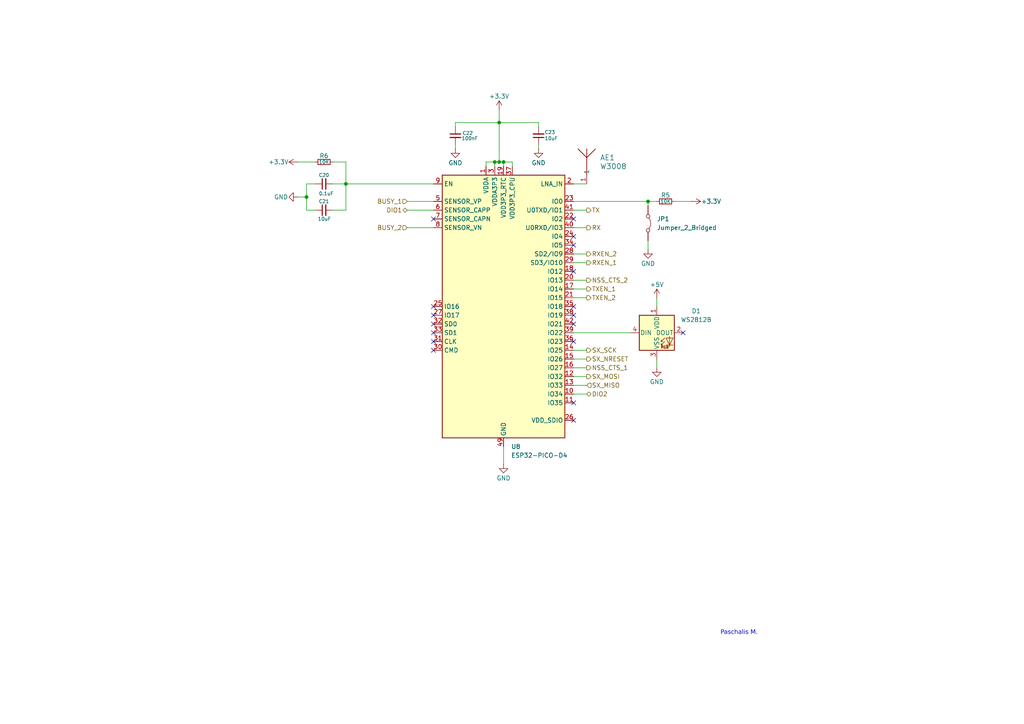
<source format=kicad_sch>
(kicad_sch (version 20231120) (generator "eeschema") (generator_version "8.0")
  (paper "A4")
  (title_block (title "ESP32-PICO-D4") (date "2025-02-23") (rev "1.0") (company "https://github.com/Paschalis | TeodoraMiu"))
  (lib_symbols
    (symbol "Device:C_Small" (pin_numbers hide) (pin_names (offset 0.254) hide)
      (property "Reference" "C" (at 0.254 1.778 0))
      (property "Value" "C_Small" (at 0.254 -2.032 0))
      (symbol "C_Small_0_1"
        (polyline (pts (xy -1.524 -0.508) (xy 1.524 -0.508)) (stroke (width 0.3302)))
        (polyline (pts (xy -1.524 0.508) (xy 1.524 0.508)) (stroke (width 0.3048)))
      )
      (symbol "C_Small_1_1"
        (pin passive line (at 0 2.54 270) (length 2.032) (name "~") (number "1"))
        (pin passive line (at 0 -2.54 90) (length 2.032) (name "~") (number "2"))
      )
    )
    (symbol "Device:R_Small" (pin_numbers hide) (pin_names (offset 0.254) hide)
      (property "Reference" "R" (at 0.762 0.508 0))
      (property "Value" "R_Small" (at 0.762 -1.016 0))
      (symbol "R_Small_0_1"
        (rectangle (start -0.762 1.778) (end 0.762 -1.778) (stroke (width 0.2032)))
      )
      (symbol "R_Small_1_1"
        (pin passive line (at 0 2.54 270) (length 0.762) (name "~") (number "1"))
        (pin passive line (at 0 -2.54 90) (length 0.762) (name "~") (number "2"))
      )
    )
    (symbol "Jumper:Jumper_2_Bridged" (pin_numbers hide) (pin_names (offset 0) hide) (exclude_from_sim yes)
      (property "Reference" "JP" (at 0 1.905 0))
      (property "Value" "Jumper_2_Bridged" (at 0 -2.54 0))
      (symbol "Jumper_2_Bridged_0_0"
        (circle (center -2.032 0) (radius 0.508))
        (circle (center 2.032 0) (radius 0.508))
      )
      (symbol "Jumper_2_Bridged_0_1"
        (arc (start 1.524 0.254) (mid 0 0.762) (end -1.524 0.254))
      )
      (symbol "Jumper_2_Bridged_1_1"
        (pin passive line (at -5.08 0 0) (length 2.54) (name "A") (number "1"))
        (pin passive line (at 5.08 0 180) (length 2.54) (name "B") (number "2"))
      )
    )
    (symbol "LED:WS2812B" (pin_names (offset 0.254))
      (property "Reference" "D" (at 5.08 5.715 0))
      (property "Value" "WS2812B" (at 1.27 -5.715 0))
      (symbol "WS2812B_0_0"
        (text "RGB" (at 2.286 -4.191 0) (effects (font (size 0.762 0.762))))
      )
      (symbol "WS2812B_0_1"
        (polyline (pts (xy 1.27 -3.556) (xy 1.778 -3.556)))
        (polyline (pts (xy 1.27 -2.54) (xy 1.778 -2.54)))
        (polyline (pts (xy 4.699 -3.556) (xy 2.667 -3.556)))
        (polyline (pts (xy 2.286 -2.54) (xy 1.27 -3.556) (xy 1.27 -3.048)))
        (polyline (pts (xy 2.286 -1.524) (xy 1.27 -2.54) (xy 1.27 -2.032)))
        (polyline (pts (xy 3.683 -1.016) (xy 3.683 -3.556) (xy 3.683 -4.064)))
        (polyline (pts (xy 4.699 -1.524) (xy 2.667 -1.524) (xy 3.683 -3.556) (xy 4.699 -1.524)))
        (rectangle (start 5.08 5.08) (end -5.08 -5.08) (stroke (width 0.254)) (fill (type background)))
      )
      (symbol "WS2812B_1_1"
        (pin power_in line (at 0 7.62 270) (length 2.54) (name "VDD") (number "1"))
        (pin output line (at 7.62 0 180) (length 2.54) (name "DOUT") (number "2"))
        (pin power_in line (at 0 -7.62 90) (length 2.54) (name "VSS") (number "3"))
        (pin input line (at -7.62 0 0) (length 2.54) (name "DIN") (number "4"))
      )
    )
    (symbol "MCU_Espressif:ESP32-PICO-D4"
      (property "Reference" "U" (at -17.78 39.37 0))
      (property "Value" "ESP32-PICO-D4" (at 3.81 39.37 0))
      (symbol "ESP32-PICO-D4_0_0"
        (pin power_in line (at -5.08 40.64 270) (length 2.54) (name "VDDA") (number "1"))
        (pin input line (at 20.32 -25.4 180) (length 2.54) (name "IO34") (number "10"))
        (pin input line (at 20.32 -27.94 180) (length 2.54) (name "IO35") (number "11"))
        (pin bidirectional line (at 20.32 -20.32 180) (length 2.54) (name "IO32") (number "12"))
        (pin bidirectional line (at 20.32 -22.86 180) (length 2.54) (name "IO33") (number "13"))
        (pin bidirectional line (at 20.32 -12.7 180) (length 2.54) (name "IO25") (number "14"))
        (pin bidirectional line (at 20.32 -15.24 180) (length 2.54) (name "IO26") (number "15"))
        (pin bidirectional line (at 20.32 -17.78 180) (length 2.54) (name "IO27") (number "16"))
        (pin bidirectional line (at 20.32 5.08 180) (length 2.54) (name "IO14") (number "17"))
        (pin bidirectional line (at 20.32 10.16 180) (length 2.54) (name "IO12") (number "18"))
        (pin power_in line (at 0 40.64 270) (length 2.54) (name "VDD3P3_RTC") (number "19"))
        (pin bidirectional line (at 20.32 35.56 180) (length 2.54) (name "LNA_IN") (number "2"))
        (pin bidirectional line (at 20.32 7.62 180) (length 2.54) (name "IO13") (number "20"))
        (pin bidirectional line (at 20.32 2.54 180) (length 2.54) (name "IO15") (number "21"))
        (pin bidirectional line (at 20.32 25.4 180) (length 2.54) (name "IO2") (number "22"))
        (pin bidirectional line (at 20.32 30.48 180) (length 2.54) (name "IO0") (number "23"))
        (pin bidirectional line (at 20.32 20.32 180) (length 2.54) (name "IO4") (number "24"))
        (pin bidirectional line (at -20.32 0 0) (length 2.54) (name "IO16") (number "25"))
        (pin power_out line (at 20.32 -33.02 180) (length 2.54) (name "VDD_SDIO") (number "26"))
        (pin bidirectional line (at -20.32 -2.54 0) (length 2.54) (name "IO17") (number "27"))
        (pin bidirectional line (at 20.32 15.24 180) (length 2.54) (name "SD2/IO9") (number "28"))
        (pin bidirectional line (at 20.32 12.7 180) (length 2.54) (name "SD3/IO10") (number "29"))
        (pin power_in line (at -2.54 40.64 270) (length 2.54) (name "VDDA3P3") (number "3"))
        (pin bidirectional line (at -20.32 -12.7 0) (length 2.54) (name "CMD") (number "30"))
        (pin bidirectional line (at -20.32 -10.16 0) (length 2.54) (name "CLK") (number "31"))
        (pin bidirectional line (at -20.32 -5.08 0) (length 2.54) (name "SD0") (number "32"))
        (pin bidirectional line (at -20.32 -7.62 0) (length 2.54) (name "SD1") (number "33"))
        (pin bidirectional line (at 20.32 17.78 180) (length 2.54) (name "IO5") (number "34"))
        (pin bidirectional line (at 20.32 0 180) (length 2.54) (name "IO18") (number "35"))
        (pin bidirectional line (at 20.32 -10.16 180) (length 2.54) (name "IO23") (number "36"))
        (pin power_in line (at 2.54 40.64 270) (length 2.54) (name "VDD3P3_CPU") (number "37"))
        (pin bidirectional line (at 20.32 -2.54 180) (length 2.54) (name "IO19") (number "38"))
        (pin bidirectional line (at 20.32 -7.62 180) (length 2.54) (name "IO22") (number "39"))
        (pin passive line (at -2.54 40.64 270) (length 2.54) hide (name "VDDA3P3") (number "4"))
        (pin bidirectional line (at 20.32 22.86 180) (length 2.54) (name "U0RXD/IO3") (number "40"))
        (pin bidirectional line (at 20.32 27.94 180) (length 2.54) (name "U0TXD/IO1") (number "41"))
        (pin bidirectional line (at 20.32 -5.08 180) (length 2.54) (name "IO21") (number "42"))
        (pin passive line (at -5.08 40.64 270) (length 2.54) hide (name "VDDA") (number "43"))
        (pin no_connect line (at -17.78 -25.4 0) (length 2.54) hide (name "XTAL_N_NC") (number "44"))
        (pin no_connect line (at -17.78 -27.94 0) (length 2.54) hide (name "XTAL_P_NC") (number "45"))
        (pin passive line (at -5.08 40.64 270) (length 2.54) hide (name "VDDA") (number "46"))
        (pin no_connect line (at -17.78 -30.48 0) (length 2.54) hide (name "CAP2_NC") (number "47"))
        (pin no_connect line (at -17.78 -33.02 0) (length 2.54) hide (name "CAP1_NC") (number "48"))
        (pin power_in line (at 0 -40.64 90) (length 2.54) (name "GND") (number "49"))
        (pin input line (at -20.32 30.48 0) (length 2.54) (name "SENSOR_VP") (number "5"))
        (pin input line (at -20.32 27.94 0) (length 2.54) (name "SENSOR_CAPP") (number "6"))
        (pin input line (at -20.32 25.4 0) (length 2.54) (name "SENSOR_CAPN") (number "7"))
        (pin input line (at -20.32 22.86 0) (length 2.54) (name "SENSOR_VN") (number "8"))
        (pin input line (at -20.32 35.56 0) (length 2.54) (name "EN") (number "9"))
      )
      (symbol "ESP32-PICO-D4_0_1"
        (rectangle (start -17.78 38.1) (end 17.78 -38.1) (stroke (width 0.254)) (fill (type background)))
      )
    )
    (symbol "W3008:W3008" (pin_names (offset 0.254))
      (property "Reference" "AE" (at 2.2606 6.985 0))
      (property "Value" "W3008" (at 2.2606 3.175 0))
      (symbol "W3008_0_1"
        (polyline (pts (xy -2.54 10.16) (xy 0 7.62)) (stroke (width 0.2032)))
        (polyline (pts (xy 0 7.62) (xy 0 2.54)) (stroke (width 0.2032)))
        (polyline (pts (xy 0 7.62) (xy 2.54 10.16)) (stroke (width 0.2032)))
        (polyline (pts (xy 0 10.16) (xy 0 7.62)) (stroke (width 0.2032)))
        (pin unspecified line (at 0 0 90) (length 2.54) (name "1") (number "1"))
      )
    )
    (symbol "power:+3.3V" (power) (pin_numbers hide) (pin_names (offset 0) hide)
      (property "Value" "+3.3V" (at 0 3.556 0))
      (symbol "+3.3V_0_1"
        (polyline (pts (xy -0.762 1.27) (xy 0 2.54)))
        (polyline (pts (xy 0 0) (xy 0 2.54)))
        (polyline (pts (xy 0 2.54) (xy 0.762 1.27)))
      )
      (symbol "+3.3V_1_1"
        (pin power_in line (at 0 0 90) (length 0) (name "~") (number "1"))
      )
    )
    (symbol "power:+5V" (power) (pin_numbers hide) (pin_names (offset 0) hide)
      (property "Value" "+5V" (at 0 3.556 0))
      (symbol "+5V_0_1"
        (polyline (pts (xy -0.762 1.27) (xy 0 2.54)))
        (polyline (pts (xy 0 0) (xy 0 2.54)))
        (polyline (pts (xy 0 2.54) (xy 0.762 1.27)))
      )
      (symbol "+5V_1_1"
        (pin power_in line (at 0 0 90) (length 0) (name "~") (number "1"))
      )
    )
    (symbol "power:GND" (power) (pin_numbers hide) (pin_names (offset 0) hide)
      (property "Value" "GND" (at 0 -3.81 0))
      (symbol "GND_0_1"
        (polyline (pts (xy 0 0) (xy 0 -1.27) (xy 1.27 -1.27) (xy 0 -2.54) (xy -1.27 -1.27) (xy 0 -1.27)))
      )
      (symbol "GND_1_1"
        (pin power_in line (at 0 0 270) (length 0) (name "~") (number "1"))
      )
    )
  )
  (junction (at 144.78 46.99))
  (junction (at 100.33 53.34))
  (junction (at 143.51 46.99))
  (junction (at 88.9 57.15))
  (junction (at 144.78 35.56))
  (junction (at 187.96 58.42))
  (junction (at 146.05 46.99))
  (no_connect (at 125.73 96.52))
  (no_connect (at 166.37 68.58))
  (no_connect (at 125.73 91.44))
  (no_connect (at 166.37 116.84))
  (no_connect (at 166.37 93.98))
  (no_connect (at 166.37 88.9))
  (no_connect (at 166.37 99.06))
  (no_connect (at 166.37 91.44))
  (no_connect (at 166.37 63.5))
  (no_connect (at 125.73 101.6))
  (no_connect (at 166.37 121.92))
  (no_connect (at 125.73 63.5))
  (no_connect (at 125.73 93.98))
  (no_connect (at 125.73 99.06))
  (no_connect (at 166.37 71.12))
  (no_connect (at 125.73 88.9))
  (no_connect (at 166.37 78.74))
  (no_connect (at 198.12 96.52))
  (wire (pts (xy 200.66 58.42) (xy 195.58 58.42)))
  (wire (pts (xy 148.59 46.99) (xy 148.59 48.26)))
  (wire (pts (xy 143.51 46.99) (xy 143.51 48.26)))
  (wire (pts (xy 166.37 96.52) (xy 182.88 96.52)))
  (wire (pts (xy 166.37 60.96) (xy 170.18 60.96)))
  (wire (pts (xy 88.9 60.96) (xy 88.9 57.15)))
  (wire (pts (xy 140.97 48.26) (xy 140.97 46.99)))
  (wire (pts (xy 187.96 58.42) (xy 187.96 59.69)))
  (wire (pts (xy 118.11 58.42) (xy 125.73 58.42)))
  (wire (pts (xy 166.37 73.66) (xy 170.18 73.66)))
  (wire (pts (xy 166.37 76.2) (xy 170.18 76.2)))
  (wire (pts (xy 118.11 66.04) (xy 125.73 66.04)))
  (wire (pts (xy 96.52 60.96) (xy 100.33 60.96)))
  (wire (pts (xy 166.37 106.68) (xy 170.18 106.68)))
  (wire (pts (xy 91.44 53.34) (xy 88.9 53.34)))
  (wire (pts (xy 88.9 53.34) (xy 88.9 57.15)))
  (wire (pts (xy 91.44 60.96) (xy 88.9 60.96)))
  (wire (pts (xy 100.33 53.34) (xy 100.33 60.96)))
  (wire (pts (xy 96.52 46.99) (xy 100.33 46.99)))
  (wire (pts (xy 146.05 46.99) (xy 148.59 46.99)))
  (wire (pts (xy 166.37 53.34) (xy 170.18 53.34)))
  (wire (pts (xy 144.78 31.75) (xy 144.78 35.56)))
  (wire (pts (xy 156.21 36.83) (xy 156.21 35.56)))
  (wire (pts (xy 187.96 69.85) (xy 187.96 72.39)))
  (wire (pts (xy 100.33 53.34) (xy 96.52 53.34)))
  (wire (pts (xy 144.78 35.56) (xy 144.78 46.99)))
  (wire (pts (xy 88.9 57.15) (xy 86.36 57.15)))
  (wire (pts (xy 166.37 83.82) (xy 170.18 83.82)))
  (wire (pts (xy 100.33 53.34) (xy 125.73 53.34)))
  (wire (pts (xy 143.51 46.99) (xy 144.78 46.99)))
  (wire (pts (xy 166.37 111.76) (xy 170.18 111.76)))
  (wire (pts (xy 132.08 41.91) (xy 132.08 43.18)))
  (wire (pts (xy 100.33 46.99) (xy 100.33 53.34)))
  (wire (pts (xy 146.05 46.99) (xy 146.05 48.26)))
  (wire (pts (xy 187.96 58.42) (xy 190.5 58.42)))
  (wire (pts (xy 190.5 104.14) (xy 190.5 106.68)))
  (wire (pts (xy 144.78 35.56) (xy 156.21 35.56)))
  (wire (pts (xy 86.36 46.99) (xy 91.44 46.99)))
  (wire (pts (xy 132.08 35.56) (xy 144.78 35.56)))
  (wire (pts (xy 156.21 41.91) (xy 156.21 43.18)))
  (wire (pts (xy 166.37 58.42) (xy 187.96 58.42)))
  (wire (pts (xy 118.11 60.96) (xy 125.73 60.96)))
  (wire (pts (xy 166.37 66.04) (xy 170.18 66.04)))
  (wire (pts (xy 132.08 36.83) (xy 132.08 35.56)))
  (wire (pts (xy 166.37 86.36) (xy 170.18 86.36)))
  (wire (pts (xy 166.37 101.6) (xy 170.18 101.6)))
  (wire (pts (xy 140.97 46.99) (xy 143.51 46.99)))
  (wire (pts (xy 166.37 104.14) (xy 170.18 104.14)))
  (wire (pts (xy 166.37 114.3) (xy 170.18 114.3)))
  (wire (pts (xy 146.05 129.54) (xy 146.05 134.62)))
  (wire (pts (xy 166.37 109.22) (xy 170.18 109.22)))
  (wire (pts (xy 190.5 86.36) (xy 190.5 88.9)))
  (wire (pts (xy 144.78 46.99) (xy 146.05 46.99)))
  (wire (pts (xy 166.37 81.28) (xy 170.18 81.28)))
  (text "Paschalis M." (at 214.376 183.896 0) (effects (font (size 1.27 1.27))))
  (hierarchical_label "TXEN_1" (shape output) (at 170.18 83.82 0))
  (hierarchical_label "DIO1" (shape bidirectional) (at 118.11 60.96 180))
  (hierarchical_label "TXEN_2" (shape output) (at 170.18 86.36 0))
  (hierarchical_label "TX" (shape output) (at 170.18 60.96 0))
  (hierarchical_label "SX_SCK" (shape output) (at 170.18 101.6 0))
  (hierarchical_label "NSS_CTS_2" (shape output) (at 170.18 81.28 0))
  (hierarchical_label "NSS_CTS_1" (shape output) (at 170.18 106.68 0))
  (hierarchical_label "RXEN_1" (shape output) (at 170.18 76.2 0))
  (hierarchical_label "SX_NRESET" (shape output) (at 170.18 104.14 0))
  (hierarchical_label "DIO2" (shape bidirectional) (at 170.18 114.3 0))
  (hierarchical_label "RXEN_2" (shape output) (at 170.18 73.66 0))
  (hierarchical_label "RX" (shape output) (at 170.18 66.04 0))
  (hierarchical_label "SX_MISO" (shape input) (at 170.18 111.76 0))
  (hierarchical_label "BUSY_1" (shape input) (at 118.11 58.42 180))
  (hierarchical_label "BUSY_2" (shape input) (at 118.11 66.04 180))
  (hierarchical_label "SX_MOSI" (shape output) (at 170.18 109.22 0))
  (symbol (lib_id "Device:C_Small") (at 132.08 39.37 0) (unit 1)
    (property "Reference" "C22" (at 134.112 38.608 0) (effects (font (size 1 1)) (justify left)))
    (property "Value" "100nF" (at 133.858 40.132 0) (effects (font (size 1 1)) (justify left)))
    (property "Footprint" "Capacitor_SMD:C_0603_1608Metric_Pad1.08x0.95mm_HandSolder" (effects (hide yes)))
    (property "Description" "Unpolarized capacitor, small symbol" (effects (hide yes)))
  )
  (symbol (lib_id "power:+3.3V") (at 144.78 31.75 0) (mirror y) (unit 1)
    (property "Reference" "#PWR74" (effects (hide yes)))
    (property "Value" "+3.3V" (at 144.78 27.94 0))
    (property "Description" "Power symbol creates a global label with name \"+3.3V\"" (effects (hide yes)))
  )
  (symbol (lib_id "power:GND") (at 190.5 106.68 0) (unit 1)
    (property "Reference" "#PWR67" (effects (hide yes)))
    (property "Value" "GND" (at 190.5 110.744 0))
    (property "Description" "Power symbol creates a global label with name \"GND\" , ground" (effects (hide yes)))
  )
  (symbol (lib_id "MCU_Espressif:ESP32-PICO-D4") (at 146.05 88.9 0) (unit 1)
    (property "Reference" "U8" (at 148.2441 129.54 0) (effects (justify left)))
    (property "Value" "ESP32-PICO-D4" (at 148.2441 132.08 0) (effects (justify left)))
    (property "Footprint" "Package_DFN_QFN:QFN-48-1EP_7x7mm_P0.5mm_EP5.1x5.1mm_ThermalVias" (effects (hide yes)))
    (property "Datasheet" "https://www.espressif.com/sites/default/files/documentation/esp32-pico-d4_datasheet_en.pdf" (effects (hide yes)))
    (property "Description" "RF Module, ESP32 SoC, Wi-Fi 802.11b/g/n, Bluetooth, BLE, 32-bit, 2.7-3.6V, external antenna, QFN-48" (effects (hide yes)))
  )
  (symbol (lib_id "power:GND") (at 156.21 43.18 0) (unit 1)
    (property "Reference" "#PWR76" (effects (hide yes)))
    (property "Value" "GND" (at 156.21 47.244 0))
    (property "Description" "Power symbol creates a global label with name \"GND\" , ground" (effects (hide yes)))
  )
  (symbol (lib_id "power:GND") (at 187.96 72.39 0) (unit 1)
    (property "Reference" "#PWR70" (effects (hide yes)))
    (property "Value" "GND" (at 187.96 76.454 0))
    (property "Description" "Power symbol creates a global label with name \"GND\" , ground" (effects (hide yes)))
  )
  (symbol (lib_id "power:+3.3V") (at 200.66 58.42 270) (unit 1)
    (property "Reference" "#PWR69" (effects (hide yes)))
    (property "Value" "+3.3V" (at 206.248 58.42 90))
    (property "Description" "Power symbol creates a global label with name \"+3.3V\"" (effects (hide yes)))
  )
  (symbol (lib_id "Device:C_Small") (at 156.21 39.37 180) (unit 1)
    (property "Reference" "C23" (at 161.036 38.354 0) (effects (font (size 1 1)) (justify left)))
    (property "Value" "10uF" (at 161.798 40.132 0) (effects (font (size 1 1)) (justify left)))
    (property "Footprint" "ECASD40J106M055K00:ECASD40J106M055K00" (effects (hide yes)))
    (property "Description" "Unpolarized capacitor, small symbol" (effects (hide yes)))
  )
  (symbol (lib_id "W3008:W3008") (at 170.18 53.34 0) (unit 1)
    (property "Reference" "AE1" (at 173.99 45.7199 0) (effects (font (size 1.524 1.524)) (justify left)))
    (property "Value" "W3008" (at 173.99 48.2599 0) (effects (font (size 1.524 1.524)) (justify left)))
    (property "Footprint" "W3008:ANT_W3008_PUL" (effects (hide yes)))
    (property "Datasheet" "W3008" (effects (hide yes)))
  )
  (symbol (lib_id "Device:C_Small") (at 93.98 53.34 90) (unit 1)
    (property "Reference" "C20" (at 95.504 50.8 90) (effects (font (size 1 1)) (justify left)))
    (property "Value" "0.1uF" (at 96.774 56.134 90) (effects (font (size 1 1)) (justify left)))
    (property "Footprint" "Capacitor_SMD:C_0603_1608Metric_Pad1.08x0.95mm_HandSolder" (effects (hide yes)))
    (property "Description" "Unpolarized capacitor, small symbol" (effects (hide yes)))
  )
  (symbol (lib_id "Device:C_Small") (at 93.98 60.96 90) (unit 1)
    (property "Reference" "C21" (at 95.504 58.42 90) (effects (font (size 1 1)) (justify left)))
    (property "Value" "10uF" (at 96.012 63.5 90) (effects (font (size 1 1)) (justify left)))
    (property "Footprint" "ECASD40J106M055K00:ECASD40J106M055K00" (effects (hide yes)))
    (property "Description" "Unpolarized capacitor, small symbol" (effects (hide yes)))
  )
  (symbol (lib_id "Device:R_Small") (at 193.04 58.42 270) (mirror x) (unit 1)
    (property "Reference" "R5" (at 193.04 56.642 90))
    (property "Value" "10K" (at 193.04 58.42 90) (effects (font (size 1 1))))
    (property "Footprint" "Resistor_SMD:R_0603_1608Metric_Pad0.98x0.95mm_HandSolder" (effects (hide yes)))
    (property "Description" "Resistor, small symbol" (effects (hide yes)))
  )
  (symbol (lib_id "Jumper:Jumper_2_Bridged") (at 187.96 64.77 270) (unit 1) (exclude_from_sim yes)
    (property "Reference" "JP1" (at 190.5 63.4999 90) (effects (justify left)))
    (property "Value" "Jumper_2_Bridged" (at 190.5 66.0399 90) (effects (justify left)))
    (property "Footprint" "TestPoint:TestPoint_2Pads_Pitch2.54mm_Drill0.8mm" (effects (hide yes)))
    (property "Description" "Jumper, 2-pole, closed/bridged" (effects (hide yes)))
  )
  (symbol (lib_id "power:GND") (at 132.08 43.18 0) (unit 1)
    (property "Reference" "#PWR75" (effects (hide yes)))
    (property "Value" "GND" (at 132.08 47.244 0))
    (property "Description" "Power symbol creates a global label with name \"GND\" , ground" (effects (hide yes)))
  )
  (symbol (lib_id "power:GND") (at 86.36 57.15 270) (mirror x) (unit 1)
    (property "Reference" "#PWR73" (effects (hide yes)))
    (property "Value" "GND" (at 83.566 57.15 90) (effects (justify right)))
    (property "Description" "Power symbol creates a global label with name \"GND\" , ground" (effects (hide yes)))
  )
  (symbol (lib_id "LED:WS2812B") (at 190.5 96.52 0) (unit 1)
    (property "Reference" "D1" (at 201.93 90.2014 0))
    (property "Value" "WS2812B" (at 201.93 92.7414 0))
    (property "Footprint" "LED_SMD:LED_WS2812B_PLCC4_5.0x5.0mm_P3.2mm" (effects (hide yes)))
    (property "Datasheet" "https://cdn-shop.adafruit.com/datasheets/WS2812B.pdf" (effects (hide yes)))
    (property "Description" "RGB LED with integrated controller" (effects (hide yes)))
  )
  (symbol (lib_id "power:+3.3V") (at 86.36 46.99 90) (mirror x) (unit 1)
    (property "Reference" "#PWR72" (effects (hide yes)))
    (property "Value" "+3.3V" (at 80.772 46.99 90))
    (property "Description" "Power symbol creates a global label with name \"+3.3V\"" (effects (hide yes)))
  )
  (symbol (lib_id "power:+5V") (at 190.5 86.36 0) (unit 1)
    (property "Reference" "#PWR68" (effects (hide yes)))
    (property "Value" "+5V" (at 188.468 82.55 0) (effects (justify left)))
    (property "Description" "Power symbol creates a global label with name \"+5V\"" (effects (hide yes)))
  )
  (symbol (lib_id "power:GND") (at 146.05 134.62 0) (unit 1)
    (property "Reference" "#PWR71" (effects (hide yes)))
    (property "Value" "GND" (at 146.05 138.684 0))
    (property "Description" "Power symbol creates a global label with name \"GND\" , ground" (effects (hide yes)))
  )
  (symbol (lib_id "Device:R_Small") (at 93.98 46.99 90) (unit 1)
    (property "Reference" "R6" (at 93.98 45.212 90))
    (property "Value" "10K" (at 93.98 46.99 90) (effects (font (size 1 1))))
    (property "Footprint" "Resistor_SMD:R_0603_1608Metric_Pad0.98x0.95mm_HandSolder" (effects (hide yes)))
    (property "Description" "Resistor, small symbol" (effects (hide yes)))
  )
)
</source>
